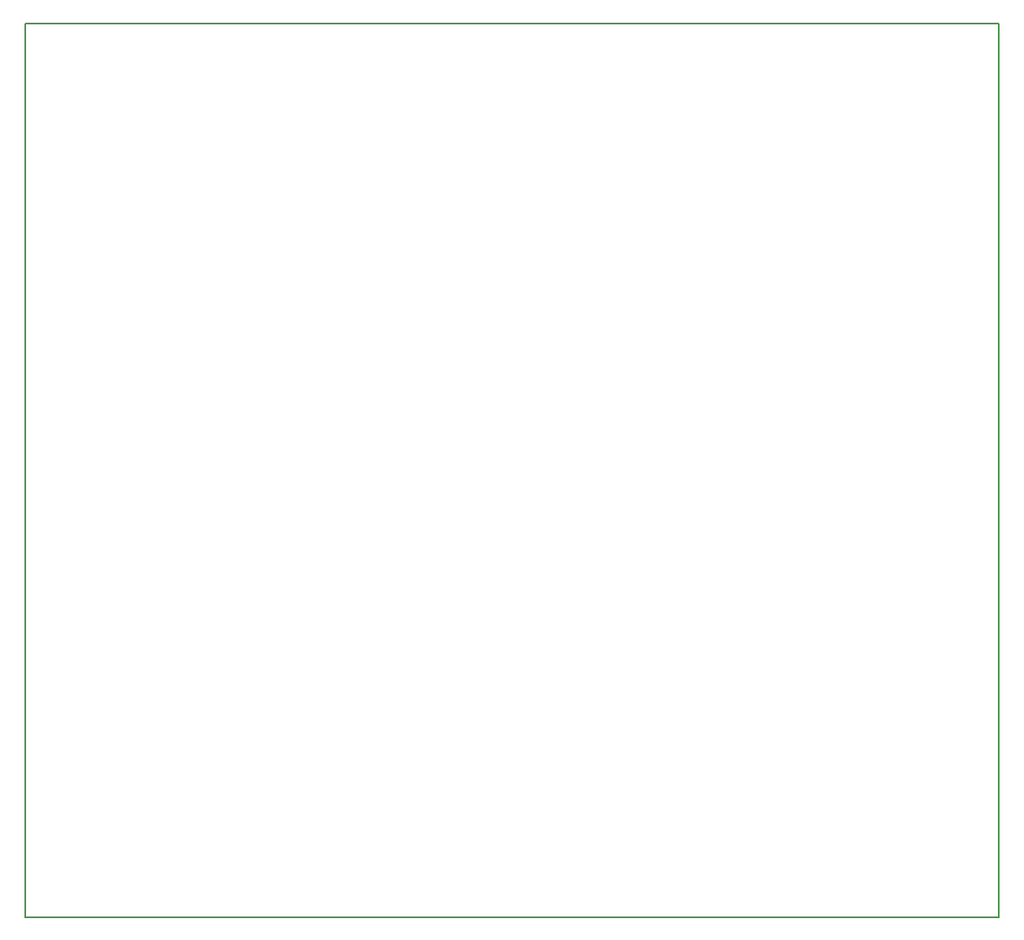
<source format=gbr>
G04 DipTrace 3.3.1.3*
G04 BoardOutline.gbr*
%MOIN*%
G04 #@! TF.FileFunction,Profile*
G04 #@! TF.Part,Single*
%ADD11C,0.005512*%
%FSLAX26Y26*%
G04*
G70*
G90*
G75*
G01*
G04 BoardOutline*
%LPD*%
X393700Y393700D2*
D11*
Y3937007D1*
X4251968D1*
Y393700D1*
X393700D1*
M02*

</source>
